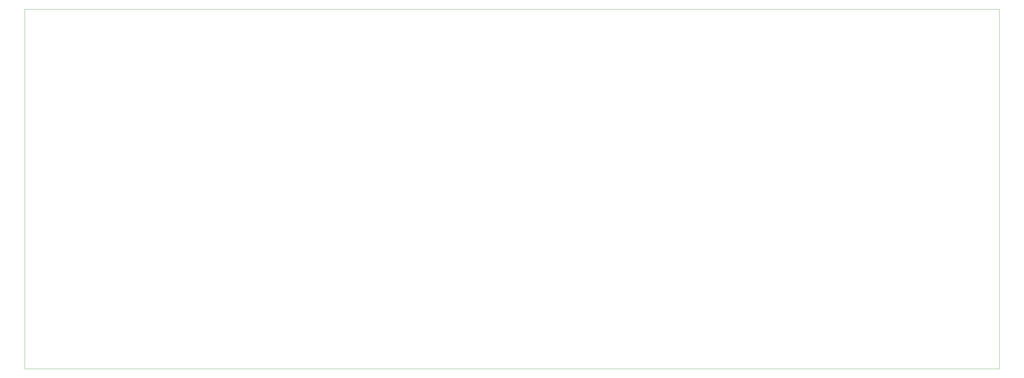
<source format=gbr>
G04 (created by PCBNEW (2013-07-07 BZR 4022)-stable) date 9/29/2015 10:07:16 AM*
%MOIN*%
G04 Gerber Fmt 3.4, Leading zero omitted, Abs format*
%FSLAX34Y34*%
G01*
G70*
G90*
G04 APERTURE LIST*
%ADD10C,0.00590551*%
%ADD11C,0.00393701*%
G04 APERTURE END LIST*
G54D10*
G54D11*
X22637Y-68464D02*
X22637Y-24212D01*
X142559Y-68464D02*
X142559Y-24212D01*
X91653Y-68464D02*
X142559Y-68464D01*
X91653Y-68464D02*
X22637Y-68464D01*
X22637Y-24212D02*
X142559Y-24212D01*
M02*

</source>
